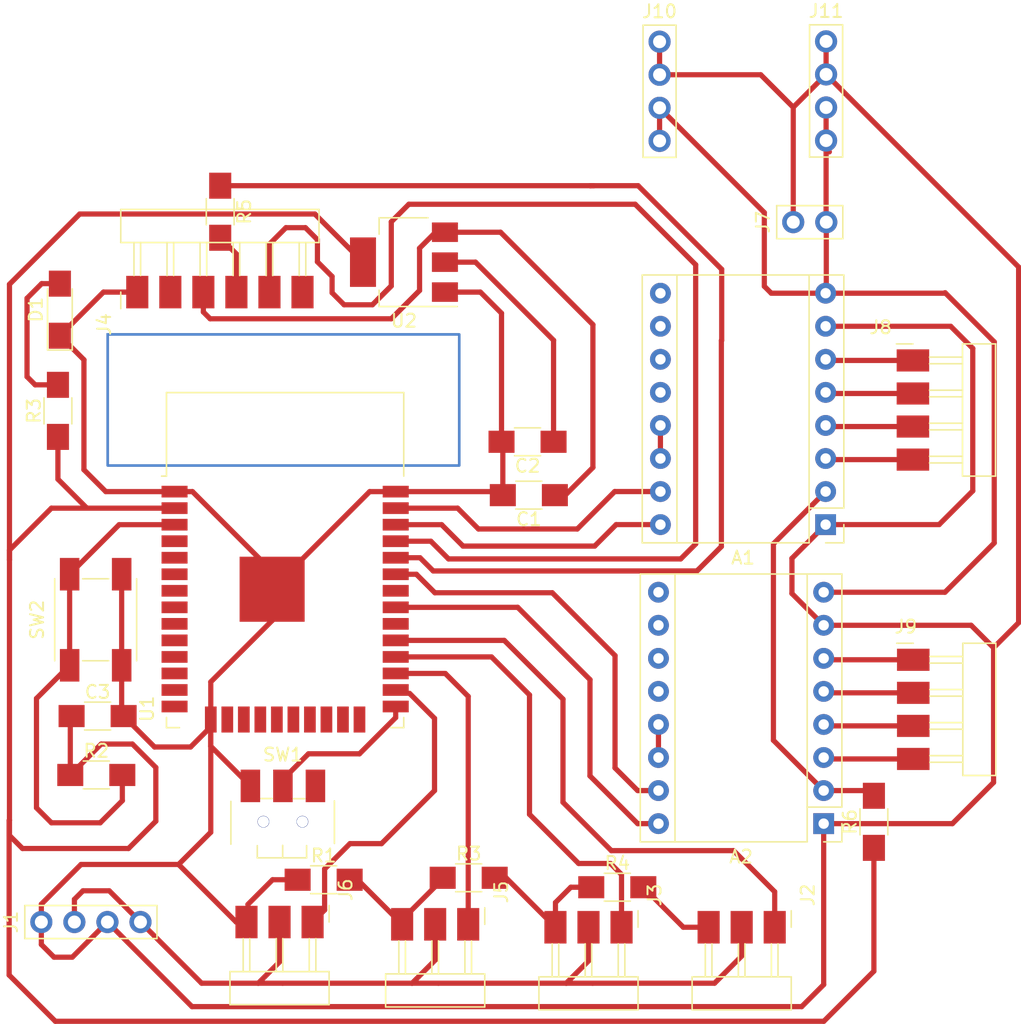
<source format=kicad_pcb>
(kicad_pcb (version 20211014) (generator pcbnew)
  (layers (0 "F.Cu" signal) (31 "B.Cu" signal) (34 "B.Paste" user) (35 "F.Paste" user) (36 "B.SilkS" user "B.Silkscreen") (37 "F.SilkS" user "F.Silkscreen") (38 "B.Mask" user) (39 "F.Mask" user) (44 "Edge.Cuts" user))
  (net 0 "")
  (net 1 "GND")
  (net 2 "/IO0")
  (net 3 "/VI")
  (net 4 "/VO")
  (net 5 "/EN")
  (net 6 "Net-(D1-Pad2)")
  (net 8 "/RX")
  (net 9 "/TX")
  (net 23 "unconnected-(U1-Pad5)")
  (net 40 "Net-(A1-Pad13)")
  (net 41 "/DIR1")
  (net 42 "/STEP1")
  (net 43 "/B2_1")
  (net 44 "/B1_1")
  (net 45 "/A1_1")
  (net 46 "/A2_1")
  (net 47 "/DIR2")
  (net 48 "/STEP2")
  (net 49 "/B2_2")
  (net 50 "/B1_2")
  (net 51 "/A1_2")
  (net 52 "/A2_2")
  (net 53 "/signal1")
  (net 54 "/signal2")
  (net 55 "/signal3")
  (net 56 "/signal4")
  (net 57 "/12v")
  (net 58 "Net-(A2-Pad14)")
  (net 59 "/4.5v")
  (footprint "fab:PinHeader_1x03_P2.54mm_Horizontal_SMD" (layer "F.Cu") (at 157.325 114.425 -90)
    (fp_text reference "J2" (at -1.524 -2.54 90) (layer "F.SilkS") (effects (justify left)))
    (fp_text value "servo1")
    (pad "1" smd rect locked (at 0 0 270) (size 2.5 1.7) (layers "F.Cu" "F.Paste" "F.Mask") (net 53 "/signal1"))
    (pad "2" smd rect locked (at 0 2.54 270) (size 2.5 1.7) (layers "F.Cu" "F.Paste" "F.Mask") (net 59 "/4.5v"))
    (pad "3" smd rect locked (at 0 5.08 270) (size 2.5 1.7) (layers "F.Cu" "F.Paste" "F.Mask") (net 1 "GND"))
  )
  (footprint "fab:PinHeader_1x04_P2.54mm_Horizontal_SMD" (layer "F.Cu") (at 167.95 70.875)
    (fp_text reference "J8" (at -1.524 -2.54) (layer "F.SilkS") (effects (justify right)))
    (fp_text value "stepper")
    (pad "1" smd rect locked (at 0 0) (size 2.5 1.7) (layers "F.Cu" "F.Paste" "F.Mask") (net 43 "/B2_1"))
    (pad "2" smd rect locked (at 0 2.54) (size 2.5 1.7) (layers "F.Cu" "F.Paste" "F.Mask") (net 44 "/B1_1"))
    (pad "3" smd rect locked (at 0 5.08) (size 2.5 1.7) (layers "F.Cu" "F.Paste" "F.Mask") (net 45 "/A1_1"))
    (pad "4" smd rect locked (at 0 7.62) (size 2.5 1.7) (layers "F.Cu" "F.Paste" "F.Mask") (net 46 "/A2_1"))
  )
  (footprint "fab:PinHeader_1x04_P2.54mm_Horizontal_SMD" (layer "F.Cu") (at 167.975 93.875)
    (fp_text reference "J9" (at -1.524 -2.54 180) (layer "F.SilkS") (effects (justify left)))
    (fp_text value "stepper")
    (pad "1" smd rect locked (at 0 0) (size 2.5 1.7) (layers "F.Cu" "F.Paste" "F.Mask") (net 49 "/B2_2"))
    (pad "2" smd rect locked (at 0 2.54) (size 2.5 1.7) (layers "F.Cu" "F.Paste" "F.Mask") (net 50 "/B1_2"))
    (pad "3" smd rect locked (at 0 5.08) (size 2.5 1.7) (layers "F.Cu" "F.Paste" "F.Mask") (net 51 "/A1_2"))
    (pad "4" smd rect locked (at 0 7.62) (size 2.5 1.7) (layers "F.Cu" "F.Paste" "F.Mask") (net 52 "/A2_2"))
  )
  (footprint "fab:PinHeader_1x04_P2.54mm_Vertical_THT_D1mm" (layer "F.Cu") (at 161.275 46.36)
    (fp_text reference "J11" (at 0 -2.33) (layer "F.SilkS"))
    (fp_text value "power2")
    (pad "1" thru_hole oval locked (at 0 0) (size 1.7 1.7) (drill 1) (layers *.Cu *.Mask) (net 1 "GND"))
    (pad "2" thru_hole oval locked (at 0 2.54) (size 1.7 1.7) (drill 1) (layers *.Cu *.Mask) (net 1 "GND"))
    (pad "3" thru_hole oval locked (at 0 5.08) (size 1.7 1.7) (drill 1) (layers *.Cu *.Mask) (net 57 "/12v"))
    (pad "4" thru_hole oval locked (at 0 7.62) (size 1.7 1.7) (drill 1) (layers *.Cu *.Mask) (net 57 "/12v"))
  )
  (footprint "fab:R_1206" (layer "F.Cu") (at 145.225 111.35)
    (fp_text reference "R4" (at 0 -1.85) (layer "F.SilkS"))
    (fp_text value "0ohm")
    (pad "1" smd rect locked (at -2 0) (size 2 1.7) (layers "F.Cu" "F.Paste" "F.Mask") (net 1 "GND"))
    (pad "2" smd rect locked (at 2 0) (size 2 1.7) (layers "F.Cu" "F.Paste" "F.Mask") (net 1 "GND"))
  )
  (footprint "fab:PinHeader_FTDI_01x06_P2.54mm_Horizontal_SMD" (layer "F.Cu") (at 108.325 65.625 90)
    (fp_text reference "J4" (at -1.524 -2.54 90) (layer "F.SilkS") (effects (justify right)))
    (fp_text value "FTDI")
    (pad "1" smd rect locked (at 0 0 90) (size 2.5 1.7) (layers "F.Cu" "F.Paste" "F.Mask") (net 1 "GND"))
    (pad "2" smd rect locked (at 0 2.54 90) (size 2.5 1.7) (layers "F.Cu" "F.Paste" "F.Mask"))
    (pad "3" smd rect locked (at 0 5.08 90) (size 2.5 1.7) (layers "F.Cu" "F.Paste" "F.Mask") (net 3 "/VI"))
    (pad "4" smd rect locked (at 0 7.62 90) (size 2.5 1.7) (layers "F.Cu" "F.Paste" "F.Mask") (net 8 "/RX"))
    (pad "5" smd rect locked (at 0 10.16 90) (size 2.5 1.7) (layers "F.Cu" "F.Paste" "F.Mask") (net 9 "/TX"))
    (pad "6" smd rect locked (at 0 12.7 90) (size 2.5 1.7) (layers "F.Cu" "F.Paste" "F.Mask"))
  )
  (footprint "fab:R_1206" (layer "F.Cu") (at 122.65 110.775)
    (fp_text reference "R1" (at 0 -1.85) (layer "F.SilkS"))
    (fp_text value "0ohm")
    (pad "1" smd rect locked (at -2 0) (size 2 1.7) (layers "F.Cu" "F.Paste" "F.Mask") (net 1 "GND"))
    (pad "2" smd rect locked (at 2 0) (size 2 1.7) (layers "F.Cu" "F.Paste" "F.Mask") (net 1 "GND"))
  )
  (footprint "fab:LED_1206" (layer "F.Cu") (at 102.375 66.975 90)
    (fp_text reference "D1" (at 0 -1.85 90) (layer "F.SilkS"))
    (fp_text value "LED")
    (pad "1" smd rect locked (at -2 0 90) (size 2 1.7) (layers "F.Cu" "F.Paste" "F.Mask") (net 1 "GND"))
    (pad "2" smd rect locked (at 2 0 90) (size 2 1.7) (layers "F.Cu" "F.Paste" "F.Mask") (net 6 "Net-(D1-Pad2)"))
  )
  (footprint "fab:PinHeader_1x03_P2.54mm_Horizontal_SMD" (layer "F.Cu") (at 121.8 114.025 -90)
    (fp_text reference "J6" (at -1.524 -2.54 90) (layer "F.SilkS") (effects (justify left)))
    (fp_text value "servo4")
    (pad "1" smd rect locked (at 0 0 270) (size 2.5 1.7) (layers "F.Cu" "F.Paste" "F.Mask") (net 56 "/signal4"))
    (pad "2" smd rect locked (at 0 2.54 270) (size 2.5 1.7) (layers "F.Cu" "F.Paste" "F.Mask") (net 59 "/4.5v"))
    (pad "3" smd rect locked (at 0 5.08 270) (size 2.5 1.7) (layers "F.Cu" "F.Paste" "F.Mask") (net 1 "GND"))
  )
  (footprint "fab:PinHeader_1x02_P2.54mm_Vertical_THT_D1mm" (layer "F.Cu") (at 158.75 60.25 90)
    (fp_text reference "J7" (at 0 -2.33 90) (layer "F.SilkS"))
    (fp_text value "c")
    (pad "1" thru_hole oval locked (at 0 0 90) (size 1.7 1.7) (drill 1) (layers *.Cu *.Mask) (net 1 "GND"))
    (pad "2" thru_hole oval locked (at 0 2.54 90) (size 1.7 1.7) (drill 1) (layers *.Cu *.Mask) (net 57 "/12v"))
  )
  (footprint "fab:R_1206" (layer "F.Cu") (at 105.175 102.725)
    (fp_text reference "R2" (at 0 -1.85) (layer "F.SilkS"))
    (fp_text value "10 k")
    (pad "1" smd rect locked (at -2 0) (size 2 1.7) (layers "F.Cu" "F.Paste" "F.Mask") (net 4 "/VO"))
    (pad "2" smd rect locked (at 2 0) (size 2 1.7) (layers "F.Cu" "F.Paste" "F.Mask") (net 5 "/EN"))
  )
  (footprint "Module:Pololu_Breakout-16_15.2x20.3mm" (layer "F.Cu") (at 161.24 83.49 180)
    (fp_text reference "A1" (at 6.35 -2.54) (layer "F.SilkS"))
    (fp_text value "DRV8825")
    (pad "1" thru_hole rect locked (at 0 0 180) (size 1.6 1.6) (drill 0.8) (layers *.Cu *.Mask) (net 1 "GND"))
    (pad "2" thru_hole oval locked (at 0 2.54 180) (size 1.6 1.6) (drill 0.8) (layers *.Cu *.Mask) (net 4 "/VO"))
    (pad "3" thru_hole oval locked (at 0 5.08 180) (size 1.6 1.6) (drill 0.8) (layers *.Cu *.Mask) (net 46 "/A2_1"))
    (pad "4" thru_hole oval locked (at 0 7.62 180) (size 1.6 1.6) (drill 0.8) (layers *.Cu *.Mask) (net 45 "/A1_1"))
    (pad "5" thru_hole oval locked (at 0 10.16 180) (size 1.6 1.6) (drill 0.8) (layers *.Cu *.Mask) (net 44 "/B1_1"))
    (pad "6" thru_hole oval locked (at 0 12.7 180) (size 1.6 1.6) (drill 0.8) (layers *.Cu *.Mask) (net 43 "/B2_1"))
    (pad "7" thru_hole oval locked (at 0 15.24 180) (size 1.6 1.6) (drill 0.8) (layers *.Cu *.Mask) (net 1 "GND"))
    (pad "8" thru_hole oval locked (at 0 17.78 180) (size 1.6 1.6) (drill 0.8) (layers *.Cu *.Mask) (net 57 "/12v"))
    (pad "9" thru_hole oval locked (at 12.7 17.78 180) (size 1.6 1.6) (drill 0.8) (layers *.Cu *.Mask))
    (pad "10" thru_hole oval locked (at 12.7 15.24 180) (size 1.6 1.6) (drill 0.8) (layers *.Cu *.Mask))
    (pad "11" thru_hole oval locked (at 12.7 12.7 180) (size 1.6 1.6) (drill 0.8) (layers *.Cu *.Mask))
    (pad "12" thru_hole oval locked (at 12.7 10.16 180) (size 1.6 1.6) (drill 0.8) (layers *.Cu *.Mask))
    (pad "13" thru_hole oval locked (at 12.7 7.62 180) (size 1.6 1.6) (drill 0.8) (layers *.Cu *.Mask) (net 40 "Net-(A1-Pad13)"))
    (pad "14" thru_hole oval locked (at 12.7 5.08 180) (size 1.6 1.6) (drill 0.8) (layers *.Cu *.Mask) (net 40 "Net-(A1-Pad13)"))
    (pad "15" thru_hole oval locked (at 12.7 2.54 180) (size 1.6 1.6) (drill 0.8) (layers *.Cu *.Mask) (net 42 "/STEP1"))
    (pad "16" thru_hole oval locked (at 12.7 0 180) (size 1.6 1.6) (drill 0.8) (layers *.Cu *.Mask) (net 41 "/DIR1"))
  )
  (footprint "fab:PinHeader_1x03_P2.54mm_Horizontal_SMD" (layer "F.Cu") (at 133.765 114.2 -90)
    (fp_text reference "J5" (at -1.524 -2.54 90) (layer "F.SilkS") (effects (justify left)))
    (fp_text value "servo3")
    (pad "1" smd rect locked (at 0 0 270) (size 2.5 1.7) (layers "F.Cu" "F.Paste" "F.Mask") (net 55 "/signal3"))
    (pad "2" smd rect locked (at 0 2.54 270) (size 2.5 1.7) (layers "F.Cu" "F.Paste" "F.Mask") (net 59 "/4.5v"))
    (pad "3" smd rect locked (at 0 5.08 270) (size 2.5 1.7) (layers "F.Cu" "F.Paste" "F.Mask") (net 1 "GND"))
  )
  (footprint "fab:C_1206" (layer "F.Cu") (at 138.325 77.125 180)
    (fp_text reference "C2" (at 0 -1.85) (layer "F.SilkS"))
    (fp_text value "10uf")
    (pad "1" smd rect locked (at -2 0 180) (size 2 1.7) (layers "F.Cu" "F.Paste" "F.Mask") (net 4 "/VO"))
    (pad "2" smd rect locked (at 2 0 180) (size 2 1.7) (layers "F.Cu" "F.Paste" "F.Mask") (net 1 "GND"))
  )
  (footprint "fab:SOT-223-3_TabPin2" (layer "F.Cu") (at 128.825 63.325 180)
    (fp_text reference "U2" (at 0 -4.5) (layer "F.SilkS"))
    (fp_text value "reg")
    (pad "1" smd rect locked (at -3.15 -2.3 180) (size 2 1.5) (layers "F.Cu" "F.Paste" "F.Mask") (net 1 "GND"))
    (pad "2" smd rect locked (at -3.15 0 180) (size 2 1.5) (layers "F.Cu" "F.Paste" "F.Mask") (net 4 "/VO"))
    (pad "2" smd rect locked (at 3.15 0 180) (size 2 3.8) (layers "F.Cu" "F.Paste" "F.Mask") (net 4 "/VO"))
    (pad "3" smd rect locked (at -3.15 2.3 180) (size 2 1.5) (layers "F.Cu" "F.Paste" "F.Mask") (net 3 "/VI"))
  )
  (footprint "fab:Button_Omron_B3SN_6x6mm" (layer "F.Cu") (at 105.125 90.8 90)
    (fp_text reference "SW2" (at 0 -4.5 90) (layer "F.SilkS"))
    (fp_text value "Tact_Switch")
    (pad "1" smd rect locked (at -3.5 -2 90) (size 2.5 1.5) (layers "F.Cu" "F.Paste" "F.Mask") (net 5 "/EN"))
    (pad "1" smd rect locked (at 3.5 -2 90) (size 2.5 1.5) (layers "F.Cu" "F.Paste" "F.Mask") (net 5 "/EN"))
    (pad "2" smd rect locked (at 3.5 2 90) (size 2.5 1.5) (layers "F.Cu" "F.Paste" "F.Mask") (net 1 "GND"))
    (pad "2" smd rect locked (at -3.5 2 90) (size 2.5 1.5) (layers "F.Cu" "F.Paste" "F.Mask") (net 1 "GND"))
  )
  (footprint "fab:C_1206" (layer "F.Cu") (at 138.425 81.225 180)
    (fp_text reference "C1" (at 0 -1.85) (layer "F.SilkS"))
    (fp_text value "10uf")
    (pad "1" smd rect locked (at -2 0 180) (size 2 1.7) (layers "F.Cu" "F.Paste" "F.Mask") (net 3 "/VI"))
    (pad "2" smd rect locked (at 2 0 180) (size 2 1.7) (layers "F.Cu" "F.Paste" "F.Mask") (net 1 "GND"))
  )
  (footprint "fab:PinHeader_1x03_P2.54mm_Horizontal_SMD" (layer "F.Cu") (at 145.55 114.425 -90)
    (fp_text reference "J3" (at -1.524 -2.54 90) (layer "F.SilkS") (effects (justify left)))
    (fp_text value "servo2")
    (pad "1" smd rect locked (at 0 0 270) (size 2.5 1.7) (layers "F.Cu" "F.Paste" "F.Mask") (net 54 "/signal2"))
    (pad "2" smd rect locked (at 0 2.54 270) (size 2.5 1.7) (layers "F.Cu" "F.Paste" "F.Mask") (net 59 "/4.5v"))
    (pad "3" smd rect locked (at 0 5.08 270) (size 2.5 1.7) (layers "F.Cu" "F.Paste" "F.Mask") (net 1 "GND"))
  )
  (footprint "fab:R_1206" (layer "F.Cu") (at 102.225 74.75 90)
    (fp_text reference "R3" (at 0 -1.85 90) (layer "F.SilkS"))
    (fp_text value "100 ohm")
    (pad "1" smd rect locked (at -2 0 90) (size 2 1.7) (layers "F.Cu" "F.Paste" "F.Mask") (net 4 "/VO"))
    (pad "2" smd rect locked (at 2 0 90) (size 2 1.7) (layers "F.Cu" "F.Paste" "F.Mask") (net 6 "Net-(D1-Pad2)"))
  )
  (footprint "fab:C_1206" (layer "F.Cu") (at 105.275 98.2)
    (fp_text reference "C3" (at 0 -1.85) (layer "F.SilkS"))
    (fp_text value "0.1uf")
    (pad "1" smd rect locked (at -2 0) (size 2 1.7) (layers "F.Cu" "F.Paste" "F.Mask") (net 4 "/VO"))
    (pad "2" smd rect locked (at 2 0) (size 2 1.7) (layers "F.Cu" "F.Paste" "F.Mask") (net 1 "GND"))
  )
  (footprint "fab:Switch_SPDT_C&K_AYZ0102AGRLC_7.2x3mm_P2.5mm" (layer "F.Cu") (at 119.52 106.315)
    (fp_text reference "SW1" (at -0.01 -5.15) (layer "F.SilkS"))
    (fp_text value "Slide_switch")
    (pad "" np_thru_hole circle locked (at 1.5 0) (size 0.9 0.9) (drill 0.85) (layers *.Cu *.Mask))
    (pad "" np_thru_hole circle locked (at -1.5 0) (size 0.9 0.9) (drill 0.85) (layers *.Cu *.Mask))
    (pad "1" smd rect locked (at -2.5 -2.75) (size 1.5 2.5) (layers "F.Cu" "F.Paste" "F.Mask") (net 1 "GND"))
    (pad "2" smd rect locked (at 0 -2.75) (size 1.5 2.5) (layers "F.Cu" "F.Paste" "F.Mask") (net 2 "/IO0"))
    (pad "3" smd rect locked (at 2.5 -2.75) (size 1.5 2.5) (layers "F.Cu" "F.Paste" "F.Mask"))
  )
  (footprint "Module:Pololu_Breakout-16_15.2x20.3mm" (layer "F.Cu") (at 161.09 106.465 180)
    (fp_text reference "A2" (at 6.35 -2.54) (layer "F.SilkS"))
    (fp_text value "DRV8825")
    (pad "1" thru_hole rect locked (at 0 0 180) (size 1.6 1.6) (drill 0.8) (layers *.Cu *.Mask) (net 1 "GND"))
    (pad "2" thru_hole oval locked (at 0 2.54 180) (size 1.6 1.6) (drill 0.8) (layers *.Cu *.Mask) (net 4 "/VO"))
    (pad "3" thru_hole oval locked (at 0 5.08 180) (size 1.6 1.6) (drill 0.8) (layers *.Cu *.Mask) (net 52 "/A2_2"))
    (pad "4" thru_hole oval locked (at 0 7.62 180) (size 1.6 1.6) (drill 0.8) (layers *.Cu *.Mask) (net 51 "/A1_2"))
    (pad "5" thru_hole oval locked (at 0 10.16 180) (size 1.6 1.6) (drill 0.8) (layers *.Cu *.Mask) (net 50 "/B1_2"))
    (pad "6" thru_hole oval locked (at 0 12.7 180) (size 1.6 1.6) (drill 0.8) (layers *.Cu *.Mask) (net 49 "/B2_2"))
    (pad "7" thru_hole oval locked (at 0 15.24 180) (size 1.6 1.6) (drill 0.8) (layers *.Cu *.Mask) (net 1 "GND"))
    (pad "8" thru_hole oval locked (at 0 17.78 180) (size 1.6 1.6) (drill 0.8) (layers *.Cu *.Mask) (net 57 "/12v"))
    (pad "9" thru_hole oval locked (at 12.7 17.78 180) (size 1.6 1.6) (drill 0.8) (layers *.Cu *.Mask))
    (pad "10" thru_hole oval locked (at 12.7 15.24 180) (size 1.6 1.6) (drill 0.8) (layers *.Cu *.Mask))
    (pad "11" thru_hole oval locked (at 12.7 12.7 180) (size 1.6 1.6) (drill 0.8) (layers *.Cu *.Mask))
    (pad "12" thru_hole oval locked (at 12.7 10.16 180) (size 1.6 1.6) (drill 0.8) (layers *.Cu *.Mask))
    (pad "13" thru_hole oval locked (at 12.7 7.62 180) (size 1.6 1.6) (drill 0.8) (layers *.Cu *.Mask) (net 58 "Net-(A2-Pad14)"))
    (pad "14" thru_hole oval locked (at 12.7 5.08 180) (size 1.6 1.6) (drill 0.8) (layers *.Cu *.Mask) (net 58 "Net-(A2-Pad14)"))
    (pad "15" thru_hole oval locked (at 12.7 2.54 180) (size 1.6 1.6) (drill 0.8) (layers *.Cu *.Mask) (net 48 "/STEP2"))
    (pad "16" thru_hole oval locked (at 12.7 0 180) (size 1.6 1.6) (drill 0.8) (layers *.Cu *.Mask) (net 47 "/DIR2"))
  )
  (footprint "RF_Module:ESP32-WROOM-32" (layer "F.Cu") (at 119.69 89.21)
    (fp_text reference "U1" (at -10.61 8.43 90) (layer "F.SilkS"))
    (fp_text value "ESP32-WROOM-32")
    (pad "1" smd rect locked (at -8.5 -8.255) (size 2 0.9) (layers "F.Cu" "F.Paste" "F.Mask") (net 1 "GND"))
    (pad "2" smd rect locked (at -8.5 -6.985) (size 2 0.9) (layers "F.Cu" "F.Paste" "F.Mask") (net 4 "/VO"))
    (pad "3" smd rect locked (at -8.5 -5.715) (size 2 0.9) (layers "F.Cu" "F.Paste" "F.Mask") (net 5 "/EN"))
    (pad "4" smd rect locked (at -8.5 -4.445) (size 2 0.9) (layers "F.Cu" "F.Paste" "F.Mask"))
    (pad "5" smd rect locked (at -8.5 -3.175) (size 2 0.9) (layers "F.Cu" "F.Paste" "F.Mask") (net 23 "unconnected-(U1-Pad5)"))
    (pad "6" smd rect locked (at -8.5 -1.905) (size 2 0.9) (layers "F.Cu" "F.Paste" "F.Mask"))
    (pad "7" smd rect locked (at -8.5 -0.635) (size 2 0.9) (layers "F.Cu" "F.Paste" "F.Mask"))
    (pad "8" smd rect locked (at -8.5 0.635) (size 2 0.9) (layers "F.Cu" "F.Paste" "F.Mask"))
    (pad "9" smd rect locked (at -8.5 1.905) (size 2 0.9) (layers "F.Cu" "F.Paste" "F.Mask"))
    (pad "10" smd rect locked (at -8.5 3.175) (size 2 0.9) (layers "F.Cu" "F.Paste" "F.Mask"))
    (pad "11" smd rect locked (at -8.5 4.445) (size 2 0.9) (layers "F.Cu" "F.Paste" "F.Mask"))
    (pad "12" smd rect locked (at -8.5 5.715) (size 2 0.9) (layers "F.Cu" "F.Paste" "F.Mask"))
    (pad "13" smd rect locked (at -8.5 6.985) (size 2 0.9) (layers "F.Cu" "F.Paste" "F.Mask"))
    (pad "14" smd rect locked (at -8.5 8.255) (size 2 0.9) (layers "F.Cu" "F.Paste" "F.Mask"))
    (pad "15" smd rect locked (at -5.715 9.255 90) (size 2 0.9) (layers "F.Cu" "F.Paste" "F.Mask") (net 1 "GND"))
    (pad "16" smd rect locked (at -4.445 9.255 90) (size 2 0.9) (layers "F.Cu" "F.Paste" "F.Mask"))
    (pad "17" smd rect locked (at -3.175 9.255 90) (size 2 0.9) (layers "F.Cu" "F.Paste" "F.Mask"))
    (pad "18" smd rect locked (at -1.905 9.255 90) (size 2 0.9) (layers "F.Cu" "F.Paste" "F.Mask"))
    (pad "19" smd rect locked (at -0.635 9.255 90) (size 2 0.9) (layers "F.Cu" "F.Paste" "F.Mask"))
    (pad "20" smd rect locked (at 0.635 9.255 90) (size 2 0.9) (layers "F.Cu" "F.Paste" "F.Mask"))
    (pad "21" smd rect locked (at 1.905 9.255 90) (size 2 0.9) (layers "F.Cu" "F.Paste" "F.Mask"))
    (pad "22" smd rect locked (at 3.175 9.255 90) (size 2 0.9) (layers "F.Cu" "F.Paste" "F.Mask"))
    (pad "23" smd rect locked (at 4.445 9.255 90) (size 2 0.9) (layers "F.Cu" "F.Paste" "F.Mask"))
    (pad "24" smd rect locked (at 5.715 9.255 90) (size 2 0.9) (layers "F.Cu" "F.Paste" "F.Mask"))
    (pad "25" smd rect locked (at 8.5 8.255) (size 2 0.9) (layers "F.Cu" "F.Paste" "F.Mask") (net 2 "/IO0"))
    (pad "26" smd rect locked (at 8.5 6.985) (size 2 0.9) (layers "F.Cu" "F.Paste" "F.Mask") (net 56 "/signal4"))
    (pad "27" smd rect locked (at 8.5 5.715) (size 2 0.9) (layers "F.Cu" "F.Paste" "F.Mask") (net 55 "/signal3"))
    (pad "28" smd rect locked (at 8.5 4.445) (size 2 0.9) (layers "F.Cu" "F.Paste" "F.Mask") (net 54 "/signal2"))
    (pad "29" smd rect locked (at 8.5 3.175) (size 2 0.9) (layers "F.Cu" "F.Paste" "F.Mask") (net 53 "/signal1"))
    (pad "30" smd rect locked (at 8.5 1.905) (size 2 0.9) (layers "F.Cu" "F.Paste" "F.Mask"))
    (pad "31" smd rect locked (at 8.5 0.635) (size 2 0.9) (layers "F.Cu" "F.Paste" "F.Mask") (net 47 "/DIR2"))
    (pad "32" smd rect locked (at 8.5 -0.635) (size 2 0.9) (layers "F.Cu" "F.Paste" "F.Mask"))
    (pad "33" smd rect locked (at 8.5 -1.905) (size 2 0.9) (layers "F.Cu" "F.Paste" "F.Mask") (net 48 "/STEP2"))
    (pad "34" smd rect locked (at 8.5 -3.175) (size 2 0.9) (layers "F.Cu" "F.Paste" "F.Mask") (net 8 "/RX"))
    (pad "35" smd rect locked (at 8.5 -4.445) (size 2 0.9) (layers "F.Cu" "F.Paste" "F.Mask") (net 9 "/TX"))
    (pad "36" smd rect locked (at 8.5 -5.715) (size 2 0.9) (layers "F.Cu" "F.Paste" "F.Mask") (net 41 "/DIR1"))
    (pad "37" smd rect locked (at 8.5 -6.985) (size 2 0.9) (layers "F.Cu" "F.Paste" "F.Mask") (net 42 "/STEP1"))
    (pad "38" smd rect locked (at 8.5 -8.255) (size 2 0.9) (layers "F.Cu" "F.Paste" "F.Mask") (net 1 "GND"))
    (pad "39" smd rect locked (at -1 -0.755) (size 5 5) (layers "F.Cu" "F.Paste" "F.Mask") (net 1 "GND"))
  )
  (footprint "fab:PinHeader_1x04_P2.54mm_Vertical_THT_D1mm" (layer "F.Cu") (at 100.95 114.025 90)
    (fp_text reference "J1" (at 0 -2.33 90) (layer "F.SilkS"))
    (fp_text value "battery")
    (pad "1" thru_hole oval locked (at 0 0 90) (size 1.7 1.7) (drill 1) (layers *.Cu *.Mask) (net 1 "GND"))
    (pad "2" thru_hole oval locked (at 0 2.54 90) (size 1.7 1.7) (drill 1) (layers *.Cu *.Mask) (net 59 "/4.5v"))
    (pad "3" thru_hole oval locked (at 0 5.08 90) (size 1.7 1.7) (drill 1) (layers *.Cu *.Mask) (net 1 "GND"))
    (pad "4" thru_hole oval locked (at 0 7.62 90) (size 1.7 1.7) (drill 1) (layers *.Cu *.Mask) (net 59 "/4.5v"))
  )
  (footprint "fab:R_1206" (layer "F.Cu") (at 133.8 110.625)
    (fp_text reference "R3" (at 0 -1.85) (layer "F.SilkS"))
    (fp_text value "0ohm")
    (pad "1" smd rect locked (at -2 0) (size 2 1.7) (layers "F.Cu" "F.Paste" "F.Mask") (net 1 "GND"))
    (pad "2" smd rect locked (at 2 0) (size 2 1.7) (layers "F.Cu" "F.Paste" "F.Mask") (net 1 "GND"))
  )
  (footprint "fab:R_1206" (layer "F.Cu") (at 164.95 106.325 90)
    (fp_text reference "R6" (at 0 -1.85 90) (layer "F.SilkS"))
    (fp_text value "0ohm")
    (pad "1" smd rect locked (at -2 0 90) (size 2 1.7) (layers "F.Cu" "F.Paste" "F.Mask") (net 4 "/VO"))
    (pad "2" smd rect locked (at 2 0 90) (size 2 1.7) (layers "F.Cu" "F.Paste" "F.Mask") (net 4 "/VO"))
  )
  (footprint "fab:R_1206" (layer "F.Cu") (at 114.7 59.45 -90)
    (fp_text reference "R5" (at 0 -1.85 90) (layer "F.SilkS"))
    (fp_text value "0ohm")
    (pad "1" smd rect locked (at -2 0 270) (size 2 1.7) (layers "F.Cu" "F.Paste" "F.Mask") (net 8 "/RX"))
    (pad "2" smd rect locked (at 2 0 270) (size 2 1.7) (layers "F.Cu" "F.Paste" "F.Mask") (net 8 "/RX"))
  )
  (footprint "fab:PinHeader_1x04_P2.54mm_Vertical_THT_D1mm" (layer "F.Cu") (at 148.475 46.385)
    (fp_text reference "J10" (at 0 -2.33) (layer "F.SilkS"))
    (fp_text value "power")
    (pad "1" thru_hole oval locked (at 0 0) (size 1.7 1.7) (drill 1) (layers *.Cu *.Mask) (net 1 "GND"))
    (pad "2" thru_hole oval locked (at 0 2.54) (size 1.7 1.7) (drill 1) (layers *.Cu *.Mask) (net 1 "GND"))
    (pad "3" thru_hole oval locked (at 0 5.08) (size 1.7 1.7) (drill 1) (layers *.Cu *.Mask) (net 57 "/12v"))
    (pad "4" thru_hole oval locked (at 0 7.62) (size 1.7 1.7) (drill 1) (layers *.Cu *.Mask) (net 57 "/12v"))
  )
  (gr_rect (start 106.05 68.875) (end 133.075 78.95) (layer "B.Cu") (width 0.2) (fill none))
  (segment (start 105.725 65.625) (end 102.375 68.975) (width 0.4) (layer "F.Cu") (net 1))
  (segment (start 161.09 91.225) (end 158.65 88.785) (width 0.4) (layer "F.Cu") (net 1))
  (segment (start 112.569022 80.955) (end 111.19 80.955) (width 0.4) (layer "F.Cu") (net 1))
  (segment (start 108.325 65.625) (end 105.725 65.625) (width 0.4) (layer "F.Cu") (net 1))
  (segment (start 158.65 86.08) (end 161.24 83.49) (width 0.4) (layer "F.Cu") (net 1))
  (segment (start 101.925 116.725) (end 100.95 115.75) (width 0.4) (layer "F.Cu") (net 1))
  (segment (start 176.075 91.025) (end 174.15 92.95) (width 0.4) (layer "F.Cu") (net 1))
  (segment (start 118.69 88.455) (end 126.19 80.955) (width 0.4) (layer "F.Cu") (net 1))
  (segment (start 126.19 80.955) (end 128.19 80.955) (width 0.4) (layer "F.Cu") (net 1))
  (segment (start 148.475 48.925) (end 156.25 48.925) (width 0.4) (layer "F.Cu") (net 1))
  (segment (start 118.69 90.86) (end 113.975 95.575) (width 0.4) (layer "F.Cu") (net 1))
  (segment (start 143.225 111.35) (end 141.65 111.35) (width 0.4) (layer "F.Cu") (net 1))
  (segment (start 107.125 87.3) (end 107.125 94.3) (width 0.4) (layer "F.Cu") (net 1))
  (segment (start 113.975 95.575) (end 113.975 98.465) (width 0.4) (layer "F.Cu") (net 1))
  (segment (start 118.69 88.455) (end 118.69 87.075978) (width 0.4) (layer "F.Cu") (net 1))
  (segment (start 152.245 114.425) (end 150.3 114.425) (width 0.4) (layer "F.Cu") (net 1))
  (segment (start 141.65 111.35) (end 140.47 112.53) (width 0.4) (layer "F.Cu") (net 1))
  (segment (start 118.69 87.075978) (end 112.569022 80.955) (width 0.4) (layer "F.Cu") (net 1))
  (segment (start 116.625 102.515) (end 116.945 102.515) (width 0.4) (layer "F.Cu") (net 1))
  (segment (start 100.95 114.025) (end 100.95 112.65) (width 0.4) (layer "F.Cu") (net 1))
  (segment (start 115.925 114.025) (end 111.5 109.6) (width 0.4) (layer "F.Cu") (net 1))
  (segment (start 136.425 81.225) (end 136.425 77.225) (width 0.4) (layer "F.Cu") (net 1))
  (segment (start 117.02 103.565) (end 113.975 100.52) (width 0.4) (layer "F.Cu") (net 1))
  (segment (start 107.125 98.05) (end 107.275 98.2) (width 0.4) (layer "F.Cu") (net 1))
  (segment (start 111.5 109.6) (end 113.975 107.125) (width 0.4) (layer "F.Cu") (net 1))
  (segment (start 124.65 110.775) (end 125.26 110.775) (width 0.4) (layer "F.Cu") (net 1))
  (segment (start 170.85 68.25) (end 161.24 68.25) (width 0.4) (layer "F.Cu") (net 1))
  (segment (start 118.69 88.455) (end 118.69 90.86) (width 0.4) (layer "F.Cu") (net 1))
  (segment (start 107.275 98.2) (end 109.65 100.575) (width 0.4) (layer "F.Cu") (net 1))
  (segment (start 161.275 48.9) (end 158.75 51.425) (width 0.4) (layer "F.Cu") (net 1))
  (segment (start 104 109.6) (end 111.5 109.6) (width 0.4) (layer "F.Cu") (net 1))
  (segment (start 105.905 80.955) (end 104.225 79.275) (width 0.4) (layer "F.Cu") (net 1))
  (segment (start 100.95 112.65) (end 104 109.6) (width 0.4) (layer "F.Cu") (net 1))
  (segment (start 113.975 99.025) (end 113.975 98.465) (width 0.4) (layer "F.Cu") (net 1))
  (segment (start 128.685 114.2) (end 128.685 113.840978) (width 0.4) (layer "F.Cu") (net 1))
  (segment (start 109.65 100.575) (end 112.425 100.575) (width 0.4) (layer "F.Cu") (net 1))
  (segment (start 161.275 48.9) (end 176.075 63.7) (width 0.4) (layer "F.Cu") (net 1))
  (segment (start 113.975 107.125) (end 113.975 98.465) (width 0.4) (layer "F.Cu") (net 1))
  (segment (start 169.96 83.49) (end 172.55 80.9) (width 0.4) (layer "F.Cu") (net 1))
  (segment (start 106.03 114.025) (end 103.33 116.725) (width 0.4) (layer "F.Cu") (net 1))
  (segment (start 104.225 79.275) (end 104.225 70.825) (width 0.4) (layer "F.Cu") (net 1))
  (segment (start 158.75 51.425) (end 158.75 60.25) (width 0.4) (layer "F.Cu") (net 1))
  (segment (start 111.19 80.955) (end 105.905 80.955) (width 0.4) (layer "F.Cu") (net 1))
  (segment (start 172.55 80.9) (end 172.55 69.95) (width 0.4) (layer "F.Cu") (net 1))
  (segment (start 161.09 118.835) (end 161.09 106.465) (width 0.4) (layer "F.Cu") (net 1))
  (segment (start 106.03 114.025) (end 112.53 120.525) (width 0.4) (layer "F.Cu") (net 1))
  (segment (start 136.155 80.955) (end 136.425 81.225) (width 0.4) (layer "F.Cu") (net 1))
  (segment (start 125.26 110.775) (end 128.685 114.2) (width 0.4) (layer "F.Cu") (net 1))
  (segment (start 112.425 100.575) (end 113.975 99.025) (width 0.4) (layer "F.Cu") (net 1))
  (segment (start 136.67 110.625) (end 140.47 114.425) (width 0.4) (layer "F.Cu") (net 1))
  (segment (start 150.3 114.425) (end 147.225 111.35) (width 0.4) (layer "F.Cu") (net 1))
  (segment (start 174.15 103.3) (end 170.985 106.465) (width 0.4) (layer "F.Cu") (net 1))
  (segment (start 104.225 70.825) (end 102.375 68.975) (width 0.4) (layer "F.Cu") (net 1))
  (segment (start 128.19 80.955) (end 136.155 80.955) (width 0.4) (layer "F.Cu") (net 1))
  (segment (start 158.65 88.785) (end 158.65 86.08) (width 0.4) (layer "F.Cu") (net 1))
  (segment (start 172.425 91.225) (end 174.15 92.95) (width 0.4) (layer "F.Cu") (net 1))
  (segment (start 140.47 112.53) (end 140.47 114.425) (width 0.4) (layer "F.Cu") (net 1))
  (segment (start 161.24 83.49) (end 169.96 83.49) (width 0.4) (layer "F.Cu") (net 1))
  (segment (start 148.475 46.385) (end 148.475 48.925) (width 0.4) (layer "F.Cu") (net 1))
  (segment (start 172.55 69.95) (end 170.85 68.25) (width 0.4) (layer "F.Cu") (net 1))
  (segment (start 161.275 46.36) (end 161.275 48.9) (width 0.4) (layer "F.Cu") (net 1))
  (segment (start 128.685 113.840978) (end 131.8 110.725978) (width 0.4) (layer "F.Cu") (net 1))
  (segment (start 113.975 100.52) (end 113.975 98.465) (width 0.4) (layer "F.Cu") (net 1))
  (segment (start 134.7 65.625) (end 131.975 65.625) (width 0.4) (layer "F.Cu") (net 1))
  (segment (start 120.65 110.775) (end 118.725 110.775) (width 0.4) (layer "F.Cu") (net 1))
  (segment (start 174.15 92.95) (end 174.15 103.3) (width 0.4) (layer "F.Cu") (net 1))
  (segment (start 159.4 120.525) (end 161.09 118.835) (width 0.4) (layer "F.Cu") (net 1))
  (segment (start 107.125 94.3) (end 107.125 98.05) (width 0.4) (layer "F.Cu") (net 1))
  (segment (start 176.075 63.7) (end 176.075 91.025) (width 0.4) (layer "F.Cu") (net 1))
  (segment (start 112.53 120.525) (end 159.4 120.525) (width 0.4) (layer "F.Cu") (net 1))
  (segment (start 156.25 48.925) (end 158.75 51.425) (width 0.4) (layer "F.Cu") (net 1))
  (segment (start 118.725 110.775) (end 116.825 112.675) (width 0.4) (layer "F.Cu") (net 1))
  (segment (start 131.8 110.725978) (end 131.8 110.625) (width 0.4) (layer "F.Cu") (net 1))
  (segment (start 161.09 91.225) (end 172.425 91.225) (width 0.4) (layer "F.Cu") (net 1))
  (segment (start 170.985 106.465) (end 161.09 106.465) (width 0.4) (layer "F.Cu") (net 1))
  (segment (start 135.8 110.625) (end 136.67 110.625) (width 0.4) (layer "F.Cu") (net 1))
  (segment (start 136.325 67.25) (end 134.7 65.625) (width 0.4) (layer "F.Cu") (net 1))
  (segment (start 136.425 77.225) (end 136.325 77.125) (width 0.4) (layer "F.Cu") (net 1))
  (segment (start 136.325 77.125) (end 136.325 67.25) (width 0.4) (layer "F.Cu") (net 1))
  (segment (start 100.95 115.75) (end 100.95 114.025) (width 0.4) (layer "F.Cu") (net 1))
  (segment (start 103.33 116.725) (end 101.925 116.725) (width 0.4) (layer "F.Cu") (net 1))
  (segment (start 116.72 114.025) (end 115.925 114.025) (width 0.4) (layer "F.Cu") (net 1))
  (segment (start 125.405 101.1) (end 128.19 98.315) (width 0.4) (layer "F.Cu") (net 2))
  (segment (start 128.19 98.315) (end 128.19 97.465) (width 0.4) (layer "F.Cu") (net 2))
  (segment (start 119.52 103.065) (end 121.485 101.1) (width 0.4) (layer "F.Cu") (net 2))
  (segment (start 121.485 101.1) (end 125.405 101.1) (width 0.4) (layer "F.Cu") (net 2))
  (segment (start 119.52 103.565) (end 119.52 103.065) (width 0.4) (layer "F.Cu") (net 2))
  (segment (start 113.925 67.675) (end 127.85 67.675) (width 0.4) (layer "F.Cu") (net 3))
  (segment (start 140.425 81.225) (end 141.225 81.225) (width 0.4) (layer "F.Cu") (net 3))
  (segment (start 141.225 81.225) (end 143.35 79.1) (width 0.4) (layer "F.Cu") (net 3))
  (segment (start 136.25 61.025) (end 131.975 61.025) (width 0.4) (layer "F.Cu") (net 3))
  (segment (start 143.35 79.1) (end 143.35 68.125) (width 0.4) (layer "F.Cu") (net 3))
  (segment (start 130.025 62.25) (end 131.25 61.025) (width 0.4) (layer "F.Cu") (net 3))
  (segment (start 131.25 61.025) (end 131.975 61.025) (width 0.4) (layer "F.Cu") (net 3))
  (segment (start 143.35 68.125) (end 136.25 61.025) (width 0.4) (layer "F.Cu") (net 3))
  (segment (start 113.405 65.625) (end 113.405 67.155) (width 0.4) (layer "F.Cu") (net 3))
  (segment (start 113.405 67.155) (end 113.925 67.675) (width 0.4) (layer "F.Cu") (net 3))
  (segment (start 127.85 67.675) (end 130.025 65.5) (width 0.4) (layer "F.Cu") (net 3))
  (segment (start 130.025 65.5) (end 130.025 62.25) (width 0.4) (layer "F.Cu") (net 3))
  (segment (start 98.5 106.2) (end 98.5 86.2) (width 0.4) (layer "F.Cu") (net 4))
  (segment (start 164.95 108.325) (end 164.95 117.8) (width 0.4) (layer "F.Cu") (net 4))
  (segment (start 121.975 59.625) (end 103.9 59.625) (width 0.4) (layer "F.Cu") (net 4))
  (segment (start 105.55 100.35) (end 107.95 100.35) (width 0.4) (layer "F.Cu") (net 4))
  (segment (start 98.5 65.025) (end 98.5 86.2) (width 0.4) (layer "F.Cu") (net 4))
  (segment (start 98.475 106.225) (end 98.5 106.2) (width 0.4) (layer "F.Cu") (net 4))
  (segment (start 161.24 80.95) (end 157.225 84.965) (width 0.4) (layer "F.Cu") (net 4))
  (segment (start 103.175 98.3) (end 103.275 98.2) (width 0.4) (layer "F.Cu") (net 4))
  (segment (start 109.75 102.15) (end 109.75 106.275) (width 0.4) (layer "F.Cu") (net 4))
  (segment (start 164.95 117.8) (end 161.1 121.65) (width 0.4) (layer "F.Cu") (net 4))
  (segment (start 161.09 103.925) (end 164.55 103.925) (width 0.4) (layer "F.Cu") (net 4))
  (segment (start 98.5 85.45) (end 101.725 82.225) (width 0.4) (layer "F.Cu") (net 4))
  (segment (start 102.225 80) (end 102.225 76.75) (width 0.4) (layer "F.Cu") (net 4))
  (segment (start 164.55 103.925) (end 164.95 104.325) (width 0.4) (layer "F.Cu") (net 4))
  (segment (start 101.725 82.225) (end 104.45 82.225) (width 0.4) (layer "F.Cu") (net 4))
  (segment (start 102.025 121.65) (end 98.475 118.1) (width 0.4) (layer "F.Cu") (net 4))
  (segment (start 111.19 82.225) (end 104.45 82.225) (width 0.4) (layer "F.Cu") (net 4))
  (segment (start 103.175 102.725) (end 103.175 98.3) (width 0.4) (layer "F.Cu") (net 4))
  (segment (start 99.5 108.375) (end 98.5 107.375) (width 0.4) (layer "F.Cu") (net 4))
  (segment (start 98.475 118.1) (end 98.475 106.225) (width 0.4) (layer "F.Cu") (net 4))
  (segment (start 103.9 59.625) (end 98.5 65.025) (width 0.4) (layer "F.Cu") (net 4))
  (segment (start 134.325 63.325) (end 131.975 63.325) (width 0.4) (layer "F.Cu") (net 4))
  (segment (start 107.95 100.35) (end 109.75 102.15) (width 0.4) (layer "F.Cu") (net 4))
  (segment (start 157.225 100.06) (end 161.09 103.925) (width 0.4) (layer "F.Cu") (net 4))
  (segment (start 107.65 108.375) (end 99.5 108.375) (width 0.4) (layer "F.Cu") (net 4))
  (segment (start 157.225 84.965) (end 157.225 100.06) (width 0.4) (layer "F.Cu") (net 4))
  (segment (start 98.5 86.2) (end 98.5 85.45) (width 0.4) (layer "F.Cu") (net 4))
  (segment (start 104.45 82.225) (end 102.225 80) (width 0.4) (layer "F.Cu") (net 4))
  (segment (start 103.175 102.725) (end 105.55 100.35) (width 0.4) (layer "F.Cu") (net 4))
  (segment (start 140.325 69.325) (end 134.325 63.325) (width 0.4) (layer "F.Cu") (net 4))
  (segment (start 98.5 107.375) (end 98.5 106.2) (width 0.4) (layer "F.Cu") (net 4))
  (segment (start 109.75 106.275) (end 107.65 108.375) (width 0.4) (layer "F.Cu") (net 4))
  (segment (start 125.675 63.325) (end 121.975 59.625) (width 0.4) (layer "F.Cu") (net 4))
  (segment (start 140.325 77.125) (end 140.325 69.325) (width 0.4) (layer "F.Cu") (net 4))
  (segment (start 161.1 121.65) (end 102.025 121.65) (width 0.4) (layer "F.Cu") (net 4))
  (segment (start 103.125 87.3) (end 106.93 83.495) (width 0.4) (layer "F.Cu") (net 5))
  (segment (start 100.575 105.25) (end 100.575 96.85) (width 0.4) (layer "F.Cu") (net 5))
  (segment (start 106.93 83.495) (end 111.19 83.495) (width 0.4) (layer "F.Cu") (net 5))
  (segment (start 107.175 102.725) (end 107.175 104.7) (width 0.4) (layer "F.Cu") (net 5))
  (segment (start 107.175 104.7) (end 105.475 106.4) (width 0.4) (layer "F.Cu") (net 5))
  (segment (start 103.125 94.3) (end 103.125 87.3) (width 0.4) (layer "F.Cu") (net 5))
  (segment (start 101.725 106.4) (end 100.575 105.25) (width 0.4) (layer "F.Cu") (net 5))
  (segment (start 100.575 96.85) (end 103.125 94.3) (width 0.4) (layer "F.Cu") (net 5))
  (segment (start 105.475 106.4) (end 101.725 106.4) (width 0.4) (layer "F.Cu") (net 5))
  (segment (start 99.85 72.125) (end 99.85 66.1) (width 0.4) (layer "F.Cu") (net 6))
  (segment (start 100.475 72.75) (end 99.85 72.125) (width 0.4) (layer "F.Cu") (net 6))
  (segment (start 100.975 64.975) (end 102.375 64.975) (width 0.4) (layer "F.Cu") (net 6))
  (segment (start 102.225 72.75) (end 100.475 72.75) (width 0.4) (layer "F.Cu") (net 6))
  (segment (start 99.85 66.1) (end 100.975 64.975) (width 0.4) (layer "F.Cu") (net 6))
  (segment (start 153.225 85.175) (end 153.225 69.35) (width 0.4) (layer "F.Cu") (net 8))
  (segment (start 143.15 57.45) (end 143.42452 57.45) (width 0.4) (layer "F.Cu") (net 8))
  (segment (start 153.25 69.325) (end 153.25 63.875) (width 0.4) (layer "F.Cu") (net 8))
  (segment (start 146.825 57.45) (end 143.15 57.45) (width 0.4) (layer "F.Cu") (net 8))
  (segment (start 131.075 87.05) (end 151.35 87.05) (width 0.4) (layer "F.Cu") (net 8))
  (segment (start 151.35 87.05) (end 151.4875 86.9125) (width 0.4) (layer "F.Cu") (net 8))
  (segment (start 115.945 65.625) (end 115.945 62.695) (width 0.4) (layer "F.Cu") (net 8))
  (segment (start 153.25 63.875) (end 146.825 57.45) (width 0.4) (layer "F.Cu") (net 8))
  (segment (start 128.19 86.035) (end 130.06 86.035) (width 0.4) (layer "F.Cu") (net 8))
  (segment (start 151.4875 86.9125) (end 153.225 85.175) (width 0.4) (layer "F.Cu") (net 8))
  (segment (start 114.7 57.45) (end 143.15 57.45) (width 0.4) (layer "F.Cu") (net 8))
  (segment (start 115.945 62.695) (end 114.7 61.45) (width 0.4) (layer "F.Cu") (net 8))
  (segment (start 130.06 86.035) (end 131.075 87.05) (width 0.4) (layer "F.Cu") (net 8))
  (segment (start 153.225 69.35) (end 153.25 69.325) (width 0.4) (layer "F.Cu") (net 8))
  (segment (start 129.2 58.875) (end 146.6 58.875) (width 0.4) (layer "F.Cu") (net 9))
  (segment (start 123.3 64.425) (end 123.3 65.675) (width 0.4) (layer "F.Cu") (net 9))
  (segment (start 127.85 60.225) (end 129.2 58.875) (width 0.4) (layer "F.Cu") (net 9))
  (segment (start 130.89 84.765) (end 128.19 84.765) (width 0.4) (layer "F.Cu") (net 9))
  (segment (start 151.25 84.975) (end 150.1 86.125) (width 0.4) (layer "F.Cu") (net 9))
  (segment (start 122.175 61.6) (end 122.175 63.3) (width 0.4) (layer "F.Cu") (net 9))
  (segment (start 126.4 66.6) (end 127.85 65.15) (width 0.4) (layer "F.Cu") (net 9))
  (segment (start 126.8 66.2) (end 127.85 65.15) (width 0.4) (layer "F.Cu") (net 9))
  (segment (start 150.1 86.125) (end 132.25 86.125) (width 0.4) (layer "F.Cu") (net 9))
  (segment (start 118.485 61.94) (end 119.75 60.675) (width 0.4) (layer "F.Cu") (net 9))
  (segment (start 122.175 63.3) (end 123.3 64.425) (width 0.4) (layer "F.Cu") (net 9))
  (segment (start 119.75 60.675) (end 121.25 60.675) (width 0.4) (layer "F.Cu") (net 9))
  (segment (start 127.85 65.15) (end 127.85 60.225) (width 0.4) (layer "F.Cu") (net 9))
  (segment (start 132.25 86.125) (end 130.89 84.765) (width 0.4) (layer "F.Cu") (net 9))
  (segment (start 146.6 58.875) (end 151.25 63.525) (width 0.4) (layer "F.Cu") (net 9))
  (segment (start 124.225 66.6) (end 126.4 66.6) (width 0.4) (layer "F.Cu") (net 9))
  (segment (start 123.3 65.675) (end 124.225 66.6) (width 0.4) (layer "F.Cu") (net 9))
  (segment (start 151.25 63.525) (end 151.25 84.975) (width 0.4) (layer "F.Cu") (net 9))
  (segment (start 118.485 65.625) (end 118.485 61.94) (width 0.4) (layer "F.Cu") (net 9))
  (segment (start 121.25 60.675) (end 122.175 61.6) (width 0.4) (layer "F.Cu") (net 9))
  (segment (start 111.07 85.915) (end 111.19 86.035) (width 0.4) (layer "F.Cu") (net 23))
  (segment (start 148.54 75.87) (end 148.54 78.41) (width 0.4) (layer "F.Cu") (net 40))
  (segment (start 131.72 83.495) (end 133.365 85.14) (width 0.4) (layer "F.Cu") (net 41))
  (segment (start 145.135 83.49) (end 148.54 83.49) (width 0.4) (layer "F.Cu") (net 41))
  (segment (start 133.365 85.14) (end 143.485 85.14) (width 0.4) (layer "F.Cu") (net 41))
  (segment (start 128.19 83.495) (end 131.72 83.495) (width 0.4) (layer "F.Cu") (net 41))
  (segment (start 143.485 85.14) (end 145.135 83.49) (width 0.4) (layer "F.Cu") (net 41))
  (segment (start 132.95 82.225) (end 134.55 83.825) (width 0.4) (layer "F.Cu") (net 42))
  (segment (start 134.55 83.825) (end 142.15 83.825) (width 0.4) (layer "F.Cu") (net 42))
  (segment (start 128.19 82.225) (end 132.95 82.225) (width 0.4) (layer "F.Cu") (net 42))
  (segment (start 145.025 80.95) (end 148.54 80.95) (width 0.4) (layer "F.Cu") (net 42))
  (segment (start 142.15 83.825) (end 145.025 80.95) (width 0.4) (layer "F.Cu") (net 42))
  (segment (start 167.95 70.875) (end 161.325 70.875) (width 0.4) (layer "F.Cu") (net 43))
  (segment (start 161.325 70.875) (end 161.24 70.79) (width 0.4) (layer "F.Cu") (net 43))
  (segment (start 167.95 73.415) (end 161.325 73.415) (width 0.4) (layer "F.Cu") (net 44))
  (segment (start 161.325 73.415) (end 161.24 73.33) (width 0.4) (layer "F.Cu") (net 44))
  (segment (start 167.95 75.955) (end 161.325 75.955) (width 0.4) (layer "F.Cu") (net 45))
  (segment (start 161.325 75.955) (end 161.24 75.87) (width 0.4) (layer "F.Cu") (net 45))
  (segment (start 161.325 78.495) (end 161.24 78.41) (width 0.4) (layer "F.Cu") (net 46))
  (segment (start 167.95 78.495) (end 161.325 78.495) (width 0.4) (layer "F.Cu") (net 46))
  (segment (start 137.57 89.845) (end 128.19 89.845) (width 0.4) (layer "F.Cu") (net 47))
  (segment (start 143.125 95.4) (end 137.57 89.845) (width 0.4) (layer "F.Cu") (net 47))
  (segment (start 143.125 102.8) (end 146.79 106.465) (width 0.4) (layer "F.Cu") (net 47))
  (segment (start 143.125 102.8) (end 143.125 95.4) (width 0.4) (layer "F.Cu") (net 47))
  (segment (start 146.79 106.465) (end 148.39 106.465) (width 0.4) (layer "F.Cu") (net 47))
  (segment (start 146.79 103.925) (end 145.05 102.185) (width 0.4) (layer "F.Cu") (net 48))
  (segment (start 131.2 88.725) (end 129.78 87.305) (width 0.4) (layer "F.Cu") (net 48))
  (segment (start 145.05 102.185) (end 145.05 93.55) (width 0.4) (layer "F.Cu") (net 48))
  (segment (start 145.05 93.55) (end 140.225 88.725) (width 0.4) (layer "F.Cu") (net 48))
  (segment (start 148.39 103.925) (end 146.79 103.925) (width 0.4) (layer "F.Cu") (net 48))
  (segment (start 129.78 87.305) (end 128.19 87.305) (width 0.4) (layer "F.Cu") (net 48))
  (segment (start 140.225 88.725) (end 131.2 88.725) (width 0.4) (layer "F.Cu") (net 48))
  (segment (start 167.975 93.875) (end 161.2 93.875) (width 0.4) (layer "F.Cu") (net 49))
  (segment (start 161.18 93.675) (end 161.09 93.765) (width 0.4) (layer "F.Cu") (net 49))
  (segment (start 161.2 93.875) (end 161.09 93.765) (width 0.4) (layer "F.Cu") (net 49))
  (segment (start 167.975 96.415) (end 161.2 96.415) (width 0.4) (layer "F.Cu") (net 50))
  (segment (start 161.18 96.215) (end 161.09 96.305) (width 0.4) (layer "F.Cu") (net 50))
  (segment (start 161.2 96.415) (end 161.09 96.305) (width 0.4) (layer "F.Cu") (net 50))
  (segment (start 161.2 98.955) (end 161.09 98.845) (width 0.4) (layer "F.Cu") (net 51))
  (segment (start 167.975 98.955) (end 161.2 98.955) (width 0.4) (layer "F.Cu") (net 51))
  (segment (start 161.18 98.755) (end 161.09 98.845) (width 0.4) (layer "F.Cu") (net 51))
  (segment (start 167.975 101.495) (end 161.2 101.495) (width 0.4) (layer "F.Cu") (net 52))
  (segment (start 161.2 101.495) (end 161.09 101.385) (width 0.4) (layer "F.Cu") (net 52))
  (segment (start 161.18 101.295) (end 161.09 101.385) (width 0.4) (layer "F.Cu") (net 52))
  (segment (start 128.19 92.385) (end 136.535 92.385) (width 0.4) (layer "F.Cu") (net 53))
  (segment (start 141.05 104.825) (end 144.76452 108.53952) (width 0.4) (layer "F.Cu") (net 53))
  (segment (start 136.535 92.385) (end 141.05 96.9) (width 0.4) (layer "F.Cu") (net 53))
  (segment (start 144.76452 108.53952) (end 154.16452 108.53952) (width 0.4) (layer "F.Cu") (net 53))
  (segment (start 141.05 96.9) (end 141.05 104.825) (width 0.4) (layer "F.Cu") (net 53))
  (segment (start 154.16452 108.53952) (end 157.325 111.7) (width 0.4) (layer "F.Cu") (net 53))
  (segment (start 157.325 111.7) (end 157.325 114.425) (width 0.4) (layer "F.Cu") (net 53))
  (segment (start 138.475 96.575) (end 138.475 105.75) (width 0.4) (layer "F.Cu") (net 54))
  (segment (start 144.7 109.525) (end 145.55 110.375) (width 0.4) (layer "F.Cu") (net 54))
  (segment (start 145.55 110.375) (end 145.55 114.425) (width 0.4) (layer "F.Cu") (net 54))
  (segment (start 138.475 105.75) (end 142.25 109.525) (width 0.4) (layer "F.Cu") (net 54))
  (segment (start 142.25 109.525) (end 144.7 109.525) (width 0.4) (layer "F.Cu") (net 54))
  (segment (start 135.555 93.655) (end 138.475 96.575) (width 0.4) (layer "F.Cu") (net 54))
  (segment (start 128.19 93.655) (end 135.555 93.655) (width 0.4) (layer "F.Cu") (net 54))
  (segment (start 133.765 96.69) (end 132 94.925) (width 0.4) (layer "F.Cu") (net 55))
  (segment (start 132 94.925) (end 128.19 94.925) (width 0.4) (layer "F.Cu") (net 55))
  (segment (start 133.765 114.2) (end 133.765 96.69) (width 0.4) (layer "F.Cu") (net 55))
  (segment (start 121.8 114.025) (end 122.725 113.1) (width 0.4) (layer "F.Cu") (net 56))
  (segment (start 127.1 108) (end 131.175 103.925) (width 0.4) (layer "F.Cu") (net 56))
  (segment (start 131.175 103.925) (end 131.175 98.375) (width 0.4) (layer "F.Cu") (net 56))
  (segment (start 124.675 108) (end 127.1 108) (width 0.4) (layer "F.Cu") (net 56))
  (segment (start 122.725 109.95) (end 124.675 108) (width 0.4) (layer "F.Cu") (net 56))
  (segment (start 131.175 98.375) (end 129.25 96.45) (width 0.4) (layer "F.Cu") (net 56))
  (segment (start 122.725 113.1) (end 122.725 109.95) (width 0.4) (layer "F.Cu") (net 56))
  (segment (start 156.525 59.515) (end 156.525 65.175) (width 0.4) (layer "F.Cu") (net 57))
  (segment (start 174.2 84.9) (end 174.2 69.45) (width 0.4) (layer "F.Cu") (net 57))
  (segment (start 161.29 60.25) (end 161.29 65.66) (width 0.4) (layer "F.Cu") (net 57))
  (segment (start 170.39 65.71) (end 161.24 65.71) (width 0.4) (layer "F.Cu") (net 57))
  (segment (start 161.09 88.685) (end 170.415 88.685) (width 0.4) (layer "F.Cu") (net 57))
  (segment (start 161.275 60.235) (end 161.29 60.25) (width 0.4) (layer "F.Cu") (net 57))
  (segment (start 161.275 51.44) (end 161.275 53.98) (width 0.4) (layer "F.Cu") (net 57))
  (segment (start 157.06 65.71) (end 161.24 65.71) (width 0.4) (layer "F.Cu") (net 57))
  (segment (start 170.415 88.685) (end 174.2 84.9) (width 0.4) (layer "F.Cu") (net 57))
  (segment (start 170.425 65.675) (end 170.39 65.71) (width 0.4) (layer "F.Cu") (net 57))
  (segment (start 161.29 65.66) (end 161.24 65.71) (width 0.4) (layer "F.Cu") (net 57))
  (segment (start 161.275 54.6) (end 161.525 54.85) (width 0.4) (layer "F.Cu") (net 57))
  (segment (start 161.275 53.98) (end 161.275 60.235) (width 0.4) (layer "F.Cu") (net 57))
  (segment (start 148.475 51.465) (end 156.525 59.515) (width 0.4) (layer "F.Cu") (net 57))
  (segment (start 156.525 65.175) (end 157.06 65.71) (width 0.4) (layer "F.Cu") (net 57))
  (segment (start 174.2 69.45) (end 170.425 65.675) (width 0.4) (layer "F.Cu") (net 57))
  (segment (start 148.475 51.465) (end 148.475 54.005) (width 0.4) (layer "F.Cu") (net 57))
  (segment (start 148.39 98.845) (end 148.39 101.385) (width 0.4) (layer "F.Cu") (net 58))
  (segment (start 119.5 118.725) (end 117.625 118.725) (width 0.4) (layer "F.Cu") (net 59))
  (segment (start 108.57 114.025) (end 106.17 111.625) (width 0.4) (layer "F.Cu") (net 59))
  (segment (start 154.785 116.64) (end 154.785 114.425) (width 0.4) (layer "F.Cu") (net 59))
  (segment (start 131.225 114.2) (end 131.225 116.95) (width 0.4) (layer "F.Cu") (net 59))
  (segment (start 113.27 118.725) (end 108.57 114.025) (width 0.4) (layer "F.Cu") (net 59))
  (segment (start 143.01 117.015) (end 141.3 118.725) (width 0.4) (layer "F.Cu") (net 59))
  (segment (start 106.17 111.625) (end 104.15 111.625) (width 0.4) (layer "F.Cu") (net 59))
  (segment (start 143.325 118.725) (end 141.3 118.725) (width 0.4) (layer "F.Cu") (net 59))
  (segment (start 104.15 111.625) (end 103.49 112.285) (width 0.4) (layer "F.Cu") (net 59))
  (segment (start 131.225 116.95) (end 129.45 118.725) (width 0.4) (layer "F.Cu") (net 59))
  (segment (start 119.26 114.025) (end 119.26 117.09) (width 0.4) (layer "F.Cu") (net 59))
  (segment (start 152.7 118.725) (end 154.785 116.64) (width 0.4) (layer "F.Cu") (net 59))
  (segment (start 117.625 118.725) (end 113.27 118.725) (width 0.4) (layer "F.Cu") (net 59))
  (segment (start 143.01 114.425) (end 143.01 117.015) (width 0.4) (layer "F.Cu") (net 59))
  (segment (start 103.49 112.285) (end 103.49 114.025) (width 0.4) (layer "F.Cu") (net 59))
  (segment (start 131.475 118.725) (end 129.45 118.725) (width 0.4) (layer "F.Cu") (net 59))
  (segment (start 141.3 118.725) (end 131.475 118.725) (width 0.4) (layer "F.Cu") (net 59))
  (segment (start 143.325 118.725) (end 152.7 118.725) (width 0.4) (layer "F.Cu") (net 59))
  (segment (start 119.26 117.09) (end 117.625 118.725) (width 0.4) (layer "F.Cu") (net 59))
  (segment (start 129.45 118.725) (end 119.5 118.725) (width 0.4) (layer "F.Cu") (net 59))
)
</source>
